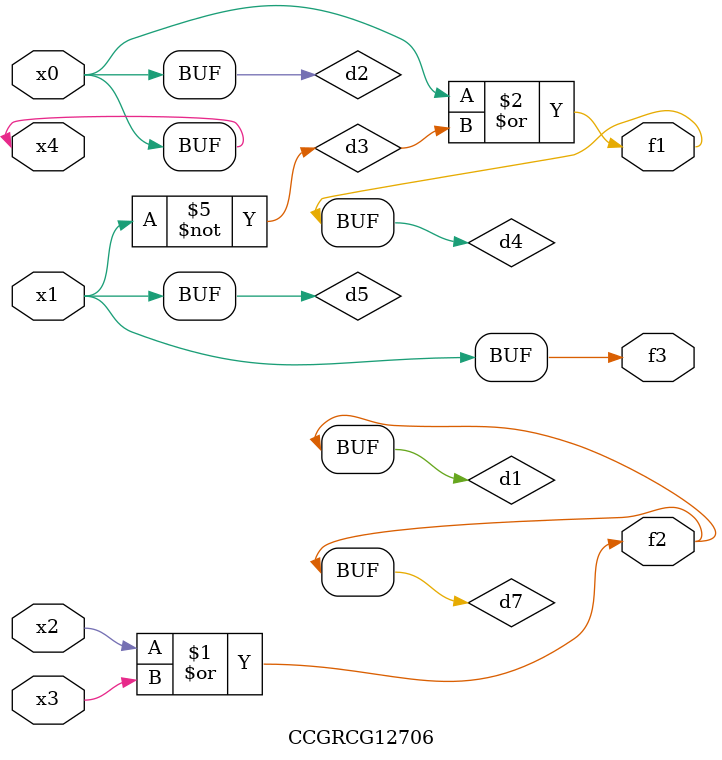
<source format=v>
module CCGRCG12706(
	input x0, x1, x2, x3, x4,
	output f1, f2, f3
);

	wire d1, d2, d3, d4, d5, d6, d7;

	or (d1, x2, x3);
	buf (d2, x0, x4);
	not (d3, x1);
	or (d4, d2, d3);
	not (d5, d3);
	nand (d6, d1, d3);
	or (d7, d1);
	assign f1 = d4;
	assign f2 = d7;
	assign f3 = d5;
endmodule

</source>
